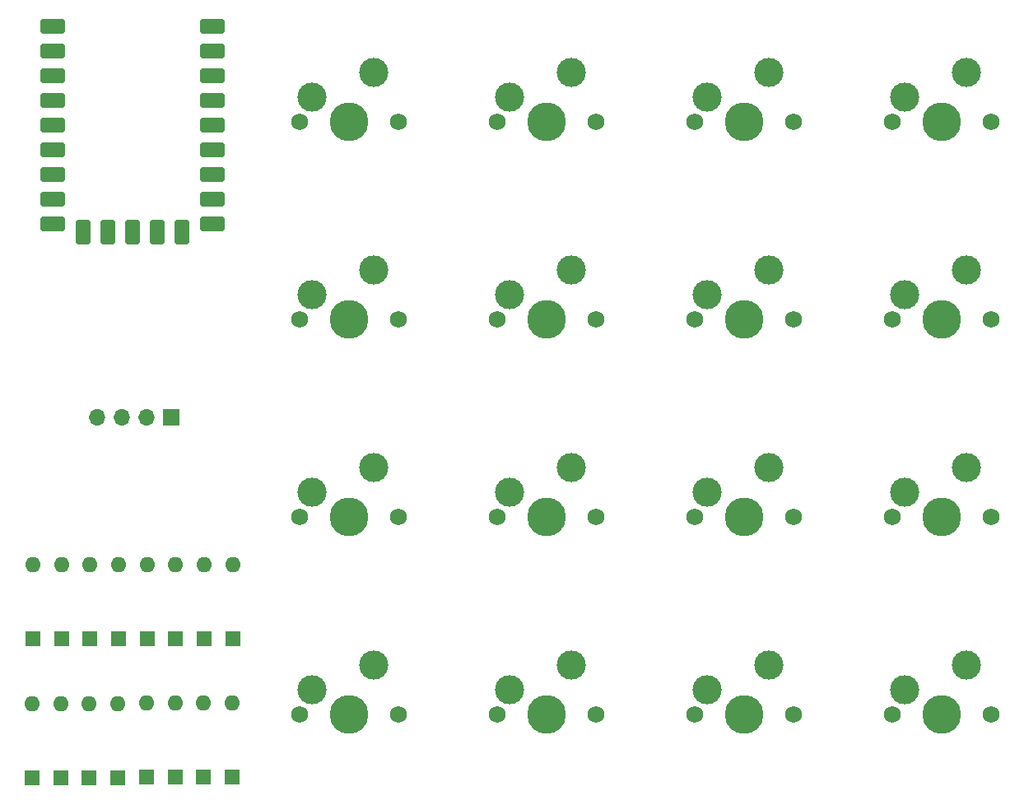
<source format=gbr>
%TF.GenerationSoftware,KiCad,Pcbnew,7.0.7*%
%TF.CreationDate,2023-09-24T17:48:37+02:00*%
%TF.ProjectId,pcb,7063622e-6b69-4636-9164-5f7063625858,rev?*%
%TF.SameCoordinates,Original*%
%TF.FileFunction,Soldermask,Top*%
%TF.FilePolarity,Negative*%
%FSLAX46Y46*%
G04 Gerber Fmt 4.6, Leading zero omitted, Abs format (unit mm)*
G04 Created by KiCad (PCBNEW 7.0.7) date 2023-09-24 17:48:37*
%MOMM*%
%LPD*%
G01*
G04 APERTURE LIST*
G04 Aperture macros list*
%AMRoundRect*
0 Rectangle with rounded corners*
0 $1 Rounding radius*
0 $2 $3 $4 $5 $6 $7 $8 $9 X,Y pos of 4 corners*
0 Add a 4 corners polygon primitive as box body*
4,1,4,$2,$3,$4,$5,$6,$7,$8,$9,$2,$3,0*
0 Add four circle primitives for the rounded corners*
1,1,$1+$1,$2,$3*
1,1,$1+$1,$4,$5*
1,1,$1+$1,$6,$7*
1,1,$1+$1,$8,$9*
0 Add four rect primitives between the rounded corners*
20,1,$1+$1,$2,$3,$4,$5,0*
20,1,$1+$1,$4,$5,$6,$7,0*
20,1,$1+$1,$6,$7,$8,$9,0*
20,1,$1+$1,$8,$9,$2,$3,0*%
G04 Aperture macros list end*
%ADD10C,3.000000*%
%ADD11C,3.987800*%
%ADD12C,1.750000*%
%ADD13RoundRect,0.400000X-0.900000X-0.400000X0.900000X-0.400000X0.900000X0.400000X-0.900000X0.400000X0*%
%ADD14RoundRect,0.400050X-0.899950X-0.400050X0.899950X-0.400050X0.899950X0.400050X-0.899950X0.400050X0*%
%ADD15RoundRect,0.400000X-0.400000X-0.900000X0.400000X-0.900000X0.400000X0.900000X-0.400000X0.900000X0*%
%ADD16RoundRect,0.393700X-0.393700X-0.906300X0.393700X-0.906300X0.393700X0.906300X-0.393700X0.906300X0*%
%ADD17O,1.600000X1.600000*%
%ADD18R,1.600000X1.600000*%
%ADD19O,1.700000X1.700000*%
%ADD20R,1.700000X1.700000*%
G04 APERTURE END LIST*
D10*
%TO.C,SW16*%
X160020000Y-142240000D03*
D11*
X157480000Y-147320000D03*
D10*
X153670000Y-144780000D03*
D12*
X152400000Y-147320000D03*
X162560000Y-147320000D03*
%TD*%
D10*
%TO.C,SW15*%
X139700000Y-142240000D03*
D11*
X137160000Y-147320000D03*
D10*
X133350000Y-144780000D03*
D12*
X132080000Y-147320000D03*
X142240000Y-147320000D03*
%TD*%
D10*
%TO.C,SW14*%
X119380000Y-142240000D03*
D11*
X116840000Y-147320000D03*
D10*
X113030000Y-144780000D03*
D12*
X111760000Y-147320000D03*
X121920000Y-147320000D03*
%TD*%
D10*
%TO.C,SW13*%
X99060000Y-142240000D03*
D11*
X96520000Y-147320000D03*
D10*
X92710000Y-144780000D03*
D12*
X91440000Y-147320000D03*
X101600000Y-147320000D03*
%TD*%
D10*
%TO.C,SW12*%
X160020000Y-121920000D03*
D11*
X157480000Y-127000000D03*
D10*
X153670000Y-124460000D03*
D12*
X152400000Y-127000000D03*
X162560000Y-127000000D03*
%TD*%
D10*
%TO.C,SW11*%
X139700000Y-121920000D03*
D11*
X137160000Y-127000000D03*
D10*
X133350000Y-124460000D03*
D12*
X132080000Y-127000000D03*
X142240000Y-127000000D03*
%TD*%
D10*
%TO.C,SW10*%
X119380000Y-121920000D03*
D11*
X116840000Y-127000000D03*
D10*
X113030000Y-124460000D03*
D12*
X111760000Y-127000000D03*
X121920000Y-127000000D03*
%TD*%
D10*
%TO.C,SW9*%
X99060000Y-121920000D03*
D11*
X96520000Y-127000000D03*
D10*
X92710000Y-124460000D03*
D12*
X91440000Y-127000000D03*
X101600000Y-127000000D03*
%TD*%
D10*
%TO.C,SW8*%
X160020000Y-101600000D03*
D11*
X157480000Y-106680000D03*
D10*
X153670000Y-104140000D03*
D12*
X152400000Y-106680000D03*
X162560000Y-106680000D03*
%TD*%
D10*
%TO.C,SW7*%
X139700000Y-101600000D03*
D11*
X137160000Y-106680000D03*
D10*
X133350000Y-104140000D03*
D12*
X132080000Y-106680000D03*
X142240000Y-106680000D03*
%TD*%
D10*
%TO.C,SW6*%
X119380000Y-101600000D03*
D11*
X116840000Y-106680000D03*
D10*
X113030000Y-104140000D03*
D12*
X111760000Y-106680000D03*
X121920000Y-106680000D03*
%TD*%
D10*
%TO.C,SW5*%
X99060000Y-101600000D03*
D11*
X96520000Y-106680000D03*
D10*
X92710000Y-104140000D03*
D12*
X91440000Y-106680000D03*
X101600000Y-106680000D03*
%TD*%
D10*
%TO.C,SW4*%
X160020000Y-81280000D03*
D11*
X157480000Y-86360000D03*
D10*
X153670000Y-83820000D03*
D12*
X152400000Y-86360000D03*
X162560000Y-86360000D03*
%TD*%
D10*
%TO.C,SW3*%
X139700000Y-81280000D03*
D11*
X137160000Y-86360000D03*
D10*
X133350000Y-83820000D03*
D12*
X132080000Y-86360000D03*
X142240000Y-86360000D03*
%TD*%
D10*
%TO.C,SW2*%
X119380000Y-81280000D03*
D11*
X116840000Y-86360000D03*
D10*
X113030000Y-83820000D03*
D12*
X111760000Y-86360000D03*
X121920000Y-86360000D03*
%TD*%
D10*
%TO.C,SW1*%
X99060000Y-81280000D03*
D11*
X96520000Y-86360000D03*
D10*
X92710000Y-83820000D03*
D12*
X91440000Y-86360000D03*
X101600000Y-86360000D03*
%TD*%
D13*
%TO.C,U1*%
X82436029Y-76594177D03*
X82436029Y-79134177D03*
X82436029Y-81674177D03*
X82436029Y-84214177D03*
X82436029Y-86754177D03*
D14*
X82436029Y-89294177D03*
X82436029Y-91834177D03*
X82436029Y-94374177D03*
X82436029Y-96914177D03*
D15*
X79296029Y-97724177D03*
D16*
X76756029Y-97724177D03*
X74216029Y-97724177D03*
X71676029Y-97724177D03*
X69136029Y-97724177D03*
D14*
X65996029Y-96914177D03*
X65996029Y-94374177D03*
X65996029Y-91834177D03*
X65996029Y-89294177D03*
X65996029Y-76594177D03*
X65996029Y-79134177D03*
X65996029Y-81674177D03*
X65996029Y-86754177D03*
X65996029Y-84214177D03*
%TD*%
D17*
%TO.C,D2*%
X66913698Y-131953000D03*
D18*
X66913698Y-139573000D03*
%TD*%
%TO.C,D7*%
X81601901Y-139540884D03*
D17*
X81601901Y-131920884D03*
%TD*%
%TO.C,D1*%
X63977148Y-131953000D03*
D18*
X63977148Y-139573000D03*
%TD*%
%TO.C,D9*%
X63912456Y-153890711D03*
D17*
X63912456Y-146270711D03*
%TD*%
%TO.C,D16*%
X84480087Y-146206919D03*
D18*
X84480087Y-153826919D03*
%TD*%
%TO.C,D13*%
X75670435Y-153826919D03*
D17*
X75670435Y-146206919D03*
%TD*%
D18*
%TO.C,D5*%
X75723348Y-139573000D03*
D17*
X75723348Y-131953000D03*
%TD*%
D18*
%TO.C,D15*%
X81548988Y-153794803D03*
D17*
X81548988Y-146174803D03*
%TD*%
D18*
%TO.C,D3*%
X69850248Y-139573000D03*
D17*
X69850248Y-131953000D03*
%TD*%
D19*
%TO.C,J1*%
X70587982Y-116807570D03*
X73127982Y-116807570D03*
X75667982Y-116807570D03*
D20*
X78207982Y-116807570D03*
%TD*%
D18*
%TO.C,D11*%
X69785556Y-153890711D03*
D17*
X69785556Y-146270711D03*
%TD*%
D18*
%TO.C,D6*%
X78659898Y-139573000D03*
D17*
X78659898Y-131953000D03*
%TD*%
D18*
%TO.C,D10*%
X66849006Y-153890711D03*
D17*
X66849006Y-146270711D03*
%TD*%
D18*
%TO.C,D14*%
X78606985Y-153826919D03*
D17*
X78606985Y-146206919D03*
%TD*%
D18*
%TO.C,D4*%
X72786798Y-139573000D03*
D17*
X72786798Y-131953000D03*
%TD*%
D18*
%TO.C,D12*%
X72725064Y-153890200D03*
D17*
X72725064Y-146270200D03*
%TD*%
D18*
%TO.C,D8*%
X84533000Y-139573000D03*
D17*
X84533000Y-131953000D03*
%TD*%
M02*

</source>
